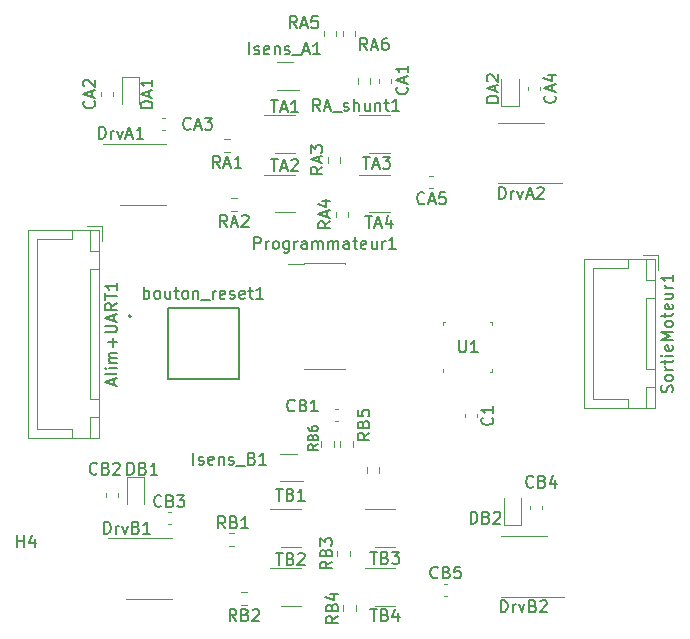
<source format=gbr>
%TF.GenerationSoftware,KiCad,Pcbnew,(6.0.9)*%
%TF.CreationDate,2023-02-07T16:56:14+01:00*%
%TF.ProjectId,driver_stepper_motor,64726976-6572-45f7-9374-65707065725f,2*%
%TF.SameCoordinates,Original*%
%TF.FileFunction,Legend,Top*%
%TF.FilePolarity,Positive*%
%FSLAX46Y46*%
G04 Gerber Fmt 4.6, Leading zero omitted, Abs format (unit mm)*
G04 Created by KiCad (PCBNEW (6.0.9)) date 2023-02-07 16:56:14*
%MOMM*%
%LPD*%
G01*
G04 APERTURE LIST*
%ADD10C,0.150000*%
%ADD11C,0.120000*%
%ADD12C,0.127000*%
%ADD13C,0.200000*%
G04 APERTURE END LIST*
D10*
%TO.C,DB2*%
X99611904Y-176252380D02*
X99611904Y-175252380D01*
X99850000Y-175252380D01*
X99992857Y-175300000D01*
X100088095Y-175395238D01*
X100135714Y-175490476D01*
X100183333Y-175680952D01*
X100183333Y-175823809D01*
X100135714Y-176014285D01*
X100088095Y-176109523D01*
X99992857Y-176204761D01*
X99850000Y-176252380D01*
X99611904Y-176252380D01*
X100945238Y-175728571D02*
X101088095Y-175776190D01*
X101135714Y-175823809D01*
X101183333Y-175919047D01*
X101183333Y-176061904D01*
X101135714Y-176157142D01*
X101088095Y-176204761D01*
X100992857Y-176252380D01*
X100611904Y-176252380D01*
X100611904Y-175252380D01*
X100945238Y-175252380D01*
X101040476Y-175300000D01*
X101088095Y-175347619D01*
X101135714Y-175442857D01*
X101135714Y-175538095D01*
X101088095Y-175633333D01*
X101040476Y-175680952D01*
X100945238Y-175728571D01*
X100611904Y-175728571D01*
X101564285Y-175347619D02*
X101611904Y-175300000D01*
X101707142Y-175252380D01*
X101945238Y-175252380D01*
X102040476Y-175300000D01*
X102088095Y-175347619D01*
X102135714Y-175442857D01*
X102135714Y-175538095D01*
X102088095Y-175680952D01*
X101516666Y-176252380D01*
X102135714Y-176252380D01*
%TO.C,TA4*%
X90709523Y-150202380D02*
X91280952Y-150202380D01*
X90995238Y-151202380D02*
X90995238Y-150202380D01*
X91566666Y-150916666D02*
X92042857Y-150916666D01*
X91471428Y-151202380D02*
X91804761Y-150202380D01*
X92138095Y-151202380D01*
X92900000Y-150535714D02*
X92900000Y-151202380D01*
X92661904Y-150154761D02*
X92423809Y-150869047D01*
X93042857Y-150869047D01*
%TO.C,RA5*%
X84904761Y-134302380D02*
X84571428Y-133826190D01*
X84333333Y-134302380D02*
X84333333Y-133302380D01*
X84714285Y-133302380D01*
X84809523Y-133350000D01*
X84857142Y-133397619D01*
X84904761Y-133492857D01*
X84904761Y-133635714D01*
X84857142Y-133730952D01*
X84809523Y-133778571D01*
X84714285Y-133826190D01*
X84333333Y-133826190D01*
X85285714Y-134016666D02*
X85761904Y-134016666D01*
X85190476Y-134302380D02*
X85523809Y-133302380D01*
X85857142Y-134302380D01*
X86666666Y-133302380D02*
X86190476Y-133302380D01*
X86142857Y-133778571D01*
X86190476Y-133730952D01*
X86285714Y-133683333D01*
X86523809Y-133683333D01*
X86619047Y-133730952D01*
X86666666Y-133778571D01*
X86714285Y-133873809D01*
X86714285Y-134111904D01*
X86666666Y-134207142D01*
X86619047Y-134254761D01*
X86523809Y-134302380D01*
X86285714Y-134302380D01*
X86190476Y-134254761D01*
X86142857Y-134207142D01*
%TO.C,TB3*%
X91138095Y-178652380D02*
X91709523Y-178652380D01*
X91423809Y-179652380D02*
X91423809Y-178652380D01*
X92376190Y-179128571D02*
X92519047Y-179176190D01*
X92566666Y-179223809D01*
X92614285Y-179319047D01*
X92614285Y-179461904D01*
X92566666Y-179557142D01*
X92519047Y-179604761D01*
X92423809Y-179652380D01*
X92042857Y-179652380D01*
X92042857Y-178652380D01*
X92376190Y-178652380D01*
X92471428Y-178700000D01*
X92519047Y-178747619D01*
X92566666Y-178842857D01*
X92566666Y-178938095D01*
X92519047Y-179033333D01*
X92471428Y-179080952D01*
X92376190Y-179128571D01*
X92042857Y-179128571D01*
X92947619Y-178652380D02*
X93566666Y-178652380D01*
X93233333Y-179033333D01*
X93376190Y-179033333D01*
X93471428Y-179080952D01*
X93519047Y-179128571D01*
X93566666Y-179223809D01*
X93566666Y-179461904D01*
X93519047Y-179557142D01*
X93471428Y-179604761D01*
X93376190Y-179652380D01*
X93090476Y-179652380D01*
X92995238Y-179604761D01*
X92947619Y-179557142D01*
%TO.C,DB1*%
X70561904Y-172102380D02*
X70561904Y-171102380D01*
X70800000Y-171102380D01*
X70942857Y-171150000D01*
X71038095Y-171245238D01*
X71085714Y-171340476D01*
X71133333Y-171530952D01*
X71133333Y-171673809D01*
X71085714Y-171864285D01*
X71038095Y-171959523D01*
X70942857Y-172054761D01*
X70800000Y-172102380D01*
X70561904Y-172102380D01*
X71895238Y-171578571D02*
X72038095Y-171626190D01*
X72085714Y-171673809D01*
X72133333Y-171769047D01*
X72133333Y-171911904D01*
X72085714Y-172007142D01*
X72038095Y-172054761D01*
X71942857Y-172102380D01*
X71561904Y-172102380D01*
X71561904Y-171102380D01*
X71895238Y-171102380D01*
X71990476Y-171150000D01*
X72038095Y-171197619D01*
X72085714Y-171292857D01*
X72085714Y-171388095D01*
X72038095Y-171483333D01*
X71990476Y-171530952D01*
X71895238Y-171578571D01*
X71561904Y-171578571D01*
X73085714Y-172102380D02*
X72514285Y-172102380D01*
X72800000Y-172102380D02*
X72800000Y-171102380D01*
X72704761Y-171245238D01*
X72609523Y-171340476D01*
X72514285Y-171388095D01*
%TO.C,RA1*%
X78404761Y-146132380D02*
X78071428Y-145656190D01*
X77833333Y-146132380D02*
X77833333Y-145132380D01*
X78214285Y-145132380D01*
X78309523Y-145180000D01*
X78357142Y-145227619D01*
X78404761Y-145322857D01*
X78404761Y-145465714D01*
X78357142Y-145560952D01*
X78309523Y-145608571D01*
X78214285Y-145656190D01*
X77833333Y-145656190D01*
X78785714Y-145846666D02*
X79261904Y-145846666D01*
X78690476Y-146132380D02*
X79023809Y-145132380D01*
X79357142Y-146132380D01*
X80214285Y-146132380D02*
X79642857Y-146132380D01*
X79928571Y-146132380D02*
X79928571Y-145132380D01*
X79833333Y-145275238D01*
X79738095Y-145370476D01*
X79642857Y-145418095D01*
%TO.C,TB4*%
X91138095Y-183502380D02*
X91709523Y-183502380D01*
X91423809Y-184502380D02*
X91423809Y-183502380D01*
X92376190Y-183978571D02*
X92519047Y-184026190D01*
X92566666Y-184073809D01*
X92614285Y-184169047D01*
X92614285Y-184311904D01*
X92566666Y-184407142D01*
X92519047Y-184454761D01*
X92423809Y-184502380D01*
X92042857Y-184502380D01*
X92042857Y-183502380D01*
X92376190Y-183502380D01*
X92471428Y-183550000D01*
X92519047Y-183597619D01*
X92566666Y-183692857D01*
X92566666Y-183788095D01*
X92519047Y-183883333D01*
X92471428Y-183930952D01*
X92376190Y-183978571D01*
X92042857Y-183978571D01*
X93471428Y-183835714D02*
X93471428Y-184502380D01*
X93233333Y-183454761D02*
X92995238Y-184169047D01*
X93614285Y-184169047D01*
%TO.C,DrvA1*%
X68142857Y-143652380D02*
X68142857Y-142652380D01*
X68380952Y-142652380D01*
X68523809Y-142700000D01*
X68619047Y-142795238D01*
X68666666Y-142890476D01*
X68714285Y-143080952D01*
X68714285Y-143223809D01*
X68666666Y-143414285D01*
X68619047Y-143509523D01*
X68523809Y-143604761D01*
X68380952Y-143652380D01*
X68142857Y-143652380D01*
X69142857Y-143652380D02*
X69142857Y-142985714D01*
X69142857Y-143176190D02*
X69190476Y-143080952D01*
X69238095Y-143033333D01*
X69333333Y-142985714D01*
X69428571Y-142985714D01*
X69666666Y-142985714D02*
X69904761Y-143652380D01*
X70142857Y-142985714D01*
X70476190Y-143366666D02*
X70952380Y-143366666D01*
X70380952Y-143652380D02*
X70714285Y-142652380D01*
X71047619Y-143652380D01*
X71904761Y-143652380D02*
X71333333Y-143652380D01*
X71619047Y-143652380D02*
X71619047Y-142652380D01*
X71523809Y-142795238D01*
X71428571Y-142890476D01*
X71333333Y-142938095D01*
%TO.C,TA2*%
X82709523Y-145402380D02*
X83280952Y-145402380D01*
X82995238Y-146402380D02*
X82995238Y-145402380D01*
X83566666Y-146116666D02*
X84042857Y-146116666D01*
X83471428Y-146402380D02*
X83804761Y-145402380D01*
X84138095Y-146402380D01*
X84423809Y-145497619D02*
X84471428Y-145450000D01*
X84566666Y-145402380D01*
X84804761Y-145402380D01*
X84900000Y-145450000D01*
X84947619Y-145497619D01*
X84995238Y-145592857D01*
X84995238Y-145688095D01*
X84947619Y-145830952D01*
X84376190Y-146402380D01*
X84995238Y-146402380D01*
%TO.C,Programmateur1*%
X81273809Y-152997380D02*
X81273809Y-151997380D01*
X81654761Y-151997380D01*
X81750000Y-152045000D01*
X81797619Y-152092619D01*
X81845238Y-152187857D01*
X81845238Y-152330714D01*
X81797619Y-152425952D01*
X81750000Y-152473571D01*
X81654761Y-152521190D01*
X81273809Y-152521190D01*
X82273809Y-152997380D02*
X82273809Y-152330714D01*
X82273809Y-152521190D02*
X82321428Y-152425952D01*
X82369047Y-152378333D01*
X82464285Y-152330714D01*
X82559523Y-152330714D01*
X83035714Y-152997380D02*
X82940476Y-152949761D01*
X82892857Y-152902142D01*
X82845238Y-152806904D01*
X82845238Y-152521190D01*
X82892857Y-152425952D01*
X82940476Y-152378333D01*
X83035714Y-152330714D01*
X83178571Y-152330714D01*
X83273809Y-152378333D01*
X83321428Y-152425952D01*
X83369047Y-152521190D01*
X83369047Y-152806904D01*
X83321428Y-152902142D01*
X83273809Y-152949761D01*
X83178571Y-152997380D01*
X83035714Y-152997380D01*
X84226190Y-152330714D02*
X84226190Y-153140238D01*
X84178571Y-153235476D01*
X84130952Y-153283095D01*
X84035714Y-153330714D01*
X83892857Y-153330714D01*
X83797619Y-153283095D01*
X84226190Y-152949761D02*
X84130952Y-152997380D01*
X83940476Y-152997380D01*
X83845238Y-152949761D01*
X83797619Y-152902142D01*
X83750000Y-152806904D01*
X83750000Y-152521190D01*
X83797619Y-152425952D01*
X83845238Y-152378333D01*
X83940476Y-152330714D01*
X84130952Y-152330714D01*
X84226190Y-152378333D01*
X84702380Y-152997380D02*
X84702380Y-152330714D01*
X84702380Y-152521190D02*
X84750000Y-152425952D01*
X84797619Y-152378333D01*
X84892857Y-152330714D01*
X84988095Y-152330714D01*
X85750000Y-152997380D02*
X85750000Y-152473571D01*
X85702380Y-152378333D01*
X85607142Y-152330714D01*
X85416666Y-152330714D01*
X85321428Y-152378333D01*
X85750000Y-152949761D02*
X85654761Y-152997380D01*
X85416666Y-152997380D01*
X85321428Y-152949761D01*
X85273809Y-152854523D01*
X85273809Y-152759285D01*
X85321428Y-152664047D01*
X85416666Y-152616428D01*
X85654761Y-152616428D01*
X85750000Y-152568809D01*
X86226190Y-152997380D02*
X86226190Y-152330714D01*
X86226190Y-152425952D02*
X86273809Y-152378333D01*
X86369047Y-152330714D01*
X86511904Y-152330714D01*
X86607142Y-152378333D01*
X86654761Y-152473571D01*
X86654761Y-152997380D01*
X86654761Y-152473571D02*
X86702380Y-152378333D01*
X86797619Y-152330714D01*
X86940476Y-152330714D01*
X87035714Y-152378333D01*
X87083333Y-152473571D01*
X87083333Y-152997380D01*
X87559523Y-152997380D02*
X87559523Y-152330714D01*
X87559523Y-152425952D02*
X87607142Y-152378333D01*
X87702380Y-152330714D01*
X87845238Y-152330714D01*
X87940476Y-152378333D01*
X87988095Y-152473571D01*
X87988095Y-152997380D01*
X87988095Y-152473571D02*
X88035714Y-152378333D01*
X88130952Y-152330714D01*
X88273809Y-152330714D01*
X88369047Y-152378333D01*
X88416666Y-152473571D01*
X88416666Y-152997380D01*
X89321428Y-152997380D02*
X89321428Y-152473571D01*
X89273809Y-152378333D01*
X89178571Y-152330714D01*
X88988095Y-152330714D01*
X88892857Y-152378333D01*
X89321428Y-152949761D02*
X89226190Y-152997380D01*
X88988095Y-152997380D01*
X88892857Y-152949761D01*
X88845238Y-152854523D01*
X88845238Y-152759285D01*
X88892857Y-152664047D01*
X88988095Y-152616428D01*
X89226190Y-152616428D01*
X89321428Y-152568809D01*
X89654761Y-152330714D02*
X90035714Y-152330714D01*
X89797619Y-151997380D02*
X89797619Y-152854523D01*
X89845238Y-152949761D01*
X89940476Y-152997380D01*
X90035714Y-152997380D01*
X90750000Y-152949761D02*
X90654761Y-152997380D01*
X90464285Y-152997380D01*
X90369047Y-152949761D01*
X90321428Y-152854523D01*
X90321428Y-152473571D01*
X90369047Y-152378333D01*
X90464285Y-152330714D01*
X90654761Y-152330714D01*
X90750000Y-152378333D01*
X90797619Y-152473571D01*
X90797619Y-152568809D01*
X90321428Y-152664047D01*
X91654761Y-152330714D02*
X91654761Y-152997380D01*
X91226190Y-152330714D02*
X91226190Y-152854523D01*
X91273809Y-152949761D01*
X91369047Y-152997380D01*
X91511904Y-152997380D01*
X91607142Y-152949761D01*
X91654761Y-152902142D01*
X92130952Y-152997380D02*
X92130952Y-152330714D01*
X92130952Y-152521190D02*
X92178571Y-152425952D01*
X92226190Y-152378333D01*
X92321428Y-152330714D01*
X92416666Y-152330714D01*
X93273809Y-152997380D02*
X92702380Y-152997380D01*
X92988095Y-152997380D02*
X92988095Y-151997380D01*
X92892857Y-152140238D01*
X92797619Y-152235476D01*
X92702380Y-152283095D01*
%TO.C,RA3*%
X87072380Y-146045238D02*
X86596190Y-146378571D01*
X87072380Y-146616666D02*
X86072380Y-146616666D01*
X86072380Y-146235714D01*
X86120000Y-146140476D01*
X86167619Y-146092857D01*
X86262857Y-146045238D01*
X86405714Y-146045238D01*
X86500952Y-146092857D01*
X86548571Y-146140476D01*
X86596190Y-146235714D01*
X86596190Y-146616666D01*
X86786666Y-145664285D02*
X86786666Y-145188095D01*
X87072380Y-145759523D02*
X86072380Y-145426190D01*
X87072380Y-145092857D01*
X86072380Y-144854761D02*
X86072380Y-144235714D01*
X86453333Y-144569047D01*
X86453333Y-144426190D01*
X86500952Y-144330952D01*
X86548571Y-144283333D01*
X86643809Y-144235714D01*
X86881904Y-144235714D01*
X86977142Y-144283333D01*
X87024761Y-144330952D01*
X87072380Y-144426190D01*
X87072380Y-144711904D01*
X87024761Y-144807142D01*
X86977142Y-144854761D01*
%TO.C,TB1*%
X83138095Y-173302380D02*
X83709523Y-173302380D01*
X83423809Y-174302380D02*
X83423809Y-173302380D01*
X84376190Y-173778571D02*
X84519047Y-173826190D01*
X84566666Y-173873809D01*
X84614285Y-173969047D01*
X84614285Y-174111904D01*
X84566666Y-174207142D01*
X84519047Y-174254761D01*
X84423809Y-174302380D01*
X84042857Y-174302380D01*
X84042857Y-173302380D01*
X84376190Y-173302380D01*
X84471428Y-173350000D01*
X84519047Y-173397619D01*
X84566666Y-173492857D01*
X84566666Y-173588095D01*
X84519047Y-173683333D01*
X84471428Y-173730952D01*
X84376190Y-173778571D01*
X84042857Y-173778571D01*
X85566666Y-174302380D02*
X84995238Y-174302380D01*
X85280952Y-174302380D02*
X85280952Y-173302380D01*
X85185714Y-173445238D01*
X85090476Y-173540476D01*
X84995238Y-173588095D01*
%TO.C,CA1*%
X94207142Y-139295238D02*
X94254761Y-139342857D01*
X94302380Y-139485714D01*
X94302380Y-139580952D01*
X94254761Y-139723809D01*
X94159523Y-139819047D01*
X94064285Y-139866666D01*
X93873809Y-139914285D01*
X93730952Y-139914285D01*
X93540476Y-139866666D01*
X93445238Y-139819047D01*
X93350000Y-139723809D01*
X93302380Y-139580952D01*
X93302380Y-139485714D01*
X93350000Y-139342857D01*
X93397619Y-139295238D01*
X94016666Y-138914285D02*
X94016666Y-138438095D01*
X94302380Y-139009523D02*
X93302380Y-138676190D01*
X94302380Y-138342857D01*
X94302380Y-137485714D02*
X94302380Y-138057142D01*
X94302380Y-137771428D02*
X93302380Y-137771428D01*
X93445238Y-137866666D01*
X93540476Y-137961904D01*
X93588095Y-138057142D01*
%TO.C,DrvB1*%
X68571428Y-177102380D02*
X68571428Y-176102380D01*
X68809523Y-176102380D01*
X68952380Y-176150000D01*
X69047619Y-176245238D01*
X69095238Y-176340476D01*
X69142857Y-176530952D01*
X69142857Y-176673809D01*
X69095238Y-176864285D01*
X69047619Y-176959523D01*
X68952380Y-177054761D01*
X68809523Y-177102380D01*
X68571428Y-177102380D01*
X69571428Y-177102380D02*
X69571428Y-176435714D01*
X69571428Y-176626190D02*
X69619047Y-176530952D01*
X69666666Y-176483333D01*
X69761904Y-176435714D01*
X69857142Y-176435714D01*
X70095238Y-176435714D02*
X70333333Y-177102380D01*
X70571428Y-176435714D01*
X71285714Y-176578571D02*
X71428571Y-176626190D01*
X71476190Y-176673809D01*
X71523809Y-176769047D01*
X71523809Y-176911904D01*
X71476190Y-177007142D01*
X71428571Y-177054761D01*
X71333333Y-177102380D01*
X70952380Y-177102380D01*
X70952380Y-176102380D01*
X71285714Y-176102380D01*
X71380952Y-176150000D01*
X71428571Y-176197619D01*
X71476190Y-176292857D01*
X71476190Y-176388095D01*
X71428571Y-176483333D01*
X71380952Y-176530952D01*
X71285714Y-176578571D01*
X70952380Y-176578571D01*
X72476190Y-177102380D02*
X71904761Y-177102380D01*
X72190476Y-177102380D02*
X72190476Y-176102380D01*
X72095238Y-176245238D01*
X72000000Y-176340476D01*
X71904761Y-176388095D01*
%TO.C,CB5*%
X96833333Y-180807142D02*
X96785714Y-180854761D01*
X96642857Y-180902380D01*
X96547619Y-180902380D01*
X96404761Y-180854761D01*
X96309523Y-180759523D01*
X96261904Y-180664285D01*
X96214285Y-180473809D01*
X96214285Y-180330952D01*
X96261904Y-180140476D01*
X96309523Y-180045238D01*
X96404761Y-179950000D01*
X96547619Y-179902380D01*
X96642857Y-179902380D01*
X96785714Y-179950000D01*
X96833333Y-179997619D01*
X97595238Y-180378571D02*
X97738095Y-180426190D01*
X97785714Y-180473809D01*
X97833333Y-180569047D01*
X97833333Y-180711904D01*
X97785714Y-180807142D01*
X97738095Y-180854761D01*
X97642857Y-180902380D01*
X97261904Y-180902380D01*
X97261904Y-179902380D01*
X97595238Y-179902380D01*
X97690476Y-179950000D01*
X97738095Y-179997619D01*
X97785714Y-180092857D01*
X97785714Y-180188095D01*
X97738095Y-180283333D01*
X97690476Y-180330952D01*
X97595238Y-180378571D01*
X97261904Y-180378571D01*
X98738095Y-179902380D02*
X98261904Y-179902380D01*
X98214285Y-180378571D01*
X98261904Y-180330952D01*
X98357142Y-180283333D01*
X98595238Y-180283333D01*
X98690476Y-180330952D01*
X98738095Y-180378571D01*
X98785714Y-180473809D01*
X98785714Y-180711904D01*
X98738095Y-180807142D01*
X98690476Y-180854761D01*
X98595238Y-180902380D01*
X98357142Y-180902380D01*
X98261904Y-180854761D01*
X98214285Y-180807142D01*
%TO.C,Alim+UART1*%
X69391666Y-164533333D02*
X69391666Y-164057142D01*
X69677380Y-164628571D02*
X68677380Y-164295238D01*
X69677380Y-163961904D01*
X69677380Y-163485714D02*
X69629761Y-163580952D01*
X69534523Y-163628571D01*
X68677380Y-163628571D01*
X69677380Y-163104761D02*
X69010714Y-163104761D01*
X68677380Y-163104761D02*
X68725000Y-163152380D01*
X68772619Y-163104761D01*
X68725000Y-163057142D01*
X68677380Y-163104761D01*
X68772619Y-163104761D01*
X69677380Y-162628571D02*
X69010714Y-162628571D01*
X69105952Y-162628571D02*
X69058333Y-162580952D01*
X69010714Y-162485714D01*
X69010714Y-162342857D01*
X69058333Y-162247619D01*
X69153571Y-162200000D01*
X69677380Y-162200000D01*
X69153571Y-162200000D02*
X69058333Y-162152380D01*
X69010714Y-162057142D01*
X69010714Y-161914285D01*
X69058333Y-161819047D01*
X69153571Y-161771428D01*
X69677380Y-161771428D01*
X69296428Y-161295238D02*
X69296428Y-160533333D01*
X69677380Y-160914285D02*
X68915476Y-160914285D01*
X68677380Y-160057142D02*
X69486904Y-160057142D01*
X69582142Y-160009523D01*
X69629761Y-159961904D01*
X69677380Y-159866666D01*
X69677380Y-159676190D01*
X69629761Y-159580952D01*
X69582142Y-159533333D01*
X69486904Y-159485714D01*
X68677380Y-159485714D01*
X69391666Y-159057142D02*
X69391666Y-158580952D01*
X69677380Y-159152380D02*
X68677380Y-158819047D01*
X69677380Y-158485714D01*
X69677380Y-157580952D02*
X69201190Y-157914285D01*
X69677380Y-158152380D02*
X68677380Y-158152380D01*
X68677380Y-157771428D01*
X68725000Y-157676190D01*
X68772619Y-157628571D01*
X68867857Y-157580952D01*
X69010714Y-157580952D01*
X69105952Y-157628571D01*
X69153571Y-157676190D01*
X69201190Y-157771428D01*
X69201190Y-158152380D01*
X68677380Y-157295238D02*
X68677380Y-156723809D01*
X69677380Y-157009523D02*
X68677380Y-157009523D01*
X69677380Y-155866666D02*
X69677380Y-156438095D01*
X69677380Y-156152380D02*
X68677380Y-156152380D01*
X68820238Y-156247619D01*
X68915476Y-156342857D01*
X68963095Y-156438095D01*
%TO.C,H4*%
X61238095Y-178252380D02*
X61238095Y-177252380D01*
X61238095Y-177728571D02*
X61809523Y-177728571D01*
X61809523Y-178252380D02*
X61809523Y-177252380D01*
X62714285Y-177585714D02*
X62714285Y-178252380D01*
X62476190Y-177204761D02*
X62238095Y-177919047D01*
X62857142Y-177919047D01*
%TO.C,TA3*%
X90509523Y-145202380D02*
X91080952Y-145202380D01*
X90795238Y-146202380D02*
X90795238Y-145202380D01*
X91366666Y-145916666D02*
X91842857Y-145916666D01*
X91271428Y-146202380D02*
X91604761Y-145202380D01*
X91938095Y-146202380D01*
X92176190Y-145202380D02*
X92795238Y-145202380D01*
X92461904Y-145583333D01*
X92604761Y-145583333D01*
X92700000Y-145630952D01*
X92747619Y-145678571D01*
X92795238Y-145773809D01*
X92795238Y-146011904D01*
X92747619Y-146107142D01*
X92700000Y-146154761D01*
X92604761Y-146202380D01*
X92319047Y-146202380D01*
X92223809Y-146154761D01*
X92176190Y-146107142D01*
%TO.C,CA2*%
X67727142Y-140482738D02*
X67774761Y-140530357D01*
X67822380Y-140673214D01*
X67822380Y-140768452D01*
X67774761Y-140911309D01*
X67679523Y-141006547D01*
X67584285Y-141054166D01*
X67393809Y-141101785D01*
X67250952Y-141101785D01*
X67060476Y-141054166D01*
X66965238Y-141006547D01*
X66870000Y-140911309D01*
X66822380Y-140768452D01*
X66822380Y-140673214D01*
X66870000Y-140530357D01*
X66917619Y-140482738D01*
X67536666Y-140101785D02*
X67536666Y-139625595D01*
X67822380Y-140197023D02*
X66822380Y-139863690D01*
X67822380Y-139530357D01*
X66917619Y-139244642D02*
X66870000Y-139197023D01*
X66822380Y-139101785D01*
X66822380Y-138863690D01*
X66870000Y-138768452D01*
X66917619Y-138720833D01*
X67012857Y-138673214D01*
X67108095Y-138673214D01*
X67250952Y-138720833D01*
X67822380Y-139292261D01*
X67822380Y-138673214D01*
%TO.C,CB2*%
X67983333Y-172007142D02*
X67935714Y-172054761D01*
X67792857Y-172102380D01*
X67697619Y-172102380D01*
X67554761Y-172054761D01*
X67459523Y-171959523D01*
X67411904Y-171864285D01*
X67364285Y-171673809D01*
X67364285Y-171530952D01*
X67411904Y-171340476D01*
X67459523Y-171245238D01*
X67554761Y-171150000D01*
X67697619Y-171102380D01*
X67792857Y-171102380D01*
X67935714Y-171150000D01*
X67983333Y-171197619D01*
X68745238Y-171578571D02*
X68888095Y-171626190D01*
X68935714Y-171673809D01*
X68983333Y-171769047D01*
X68983333Y-171911904D01*
X68935714Y-172007142D01*
X68888095Y-172054761D01*
X68792857Y-172102380D01*
X68411904Y-172102380D01*
X68411904Y-171102380D01*
X68745238Y-171102380D01*
X68840476Y-171150000D01*
X68888095Y-171197619D01*
X68935714Y-171292857D01*
X68935714Y-171388095D01*
X68888095Y-171483333D01*
X68840476Y-171530952D01*
X68745238Y-171578571D01*
X68411904Y-171578571D01*
X69364285Y-171197619D02*
X69411904Y-171150000D01*
X69507142Y-171102380D01*
X69745238Y-171102380D01*
X69840476Y-171150000D01*
X69888095Y-171197619D01*
X69935714Y-171292857D01*
X69935714Y-171388095D01*
X69888095Y-171530952D01*
X69316666Y-172102380D01*
X69935714Y-172102380D01*
%TO.C,CB4*%
X104933333Y-173107142D02*
X104885714Y-173154761D01*
X104742857Y-173202380D01*
X104647619Y-173202380D01*
X104504761Y-173154761D01*
X104409523Y-173059523D01*
X104361904Y-172964285D01*
X104314285Y-172773809D01*
X104314285Y-172630952D01*
X104361904Y-172440476D01*
X104409523Y-172345238D01*
X104504761Y-172250000D01*
X104647619Y-172202380D01*
X104742857Y-172202380D01*
X104885714Y-172250000D01*
X104933333Y-172297619D01*
X105695238Y-172678571D02*
X105838095Y-172726190D01*
X105885714Y-172773809D01*
X105933333Y-172869047D01*
X105933333Y-173011904D01*
X105885714Y-173107142D01*
X105838095Y-173154761D01*
X105742857Y-173202380D01*
X105361904Y-173202380D01*
X105361904Y-172202380D01*
X105695238Y-172202380D01*
X105790476Y-172250000D01*
X105838095Y-172297619D01*
X105885714Y-172392857D01*
X105885714Y-172488095D01*
X105838095Y-172583333D01*
X105790476Y-172630952D01*
X105695238Y-172678571D01*
X105361904Y-172678571D01*
X106790476Y-172535714D02*
X106790476Y-173202380D01*
X106552380Y-172154761D02*
X106314285Y-172869047D01*
X106933333Y-172869047D01*
%TO.C,DA2*%
X101972380Y-140604166D02*
X100972380Y-140604166D01*
X100972380Y-140366071D01*
X101020000Y-140223214D01*
X101115238Y-140127976D01*
X101210476Y-140080357D01*
X101400952Y-140032738D01*
X101543809Y-140032738D01*
X101734285Y-140080357D01*
X101829523Y-140127976D01*
X101924761Y-140223214D01*
X101972380Y-140366071D01*
X101972380Y-140604166D01*
X101686666Y-139651785D02*
X101686666Y-139175595D01*
X101972380Y-139747023D02*
X100972380Y-139413690D01*
X101972380Y-139080357D01*
X101067619Y-138794642D02*
X101020000Y-138747023D01*
X100972380Y-138651785D01*
X100972380Y-138413690D01*
X101020000Y-138318452D01*
X101067619Y-138270833D01*
X101162857Y-138223214D01*
X101258095Y-138223214D01*
X101400952Y-138270833D01*
X101972380Y-138842261D01*
X101972380Y-138223214D01*
%TO.C,SortieMoteur1*%
X116704761Y-165126190D02*
X116752380Y-164983333D01*
X116752380Y-164745238D01*
X116704761Y-164650000D01*
X116657142Y-164602380D01*
X116561904Y-164554761D01*
X116466666Y-164554761D01*
X116371428Y-164602380D01*
X116323809Y-164650000D01*
X116276190Y-164745238D01*
X116228571Y-164935714D01*
X116180952Y-165030952D01*
X116133333Y-165078571D01*
X116038095Y-165126190D01*
X115942857Y-165126190D01*
X115847619Y-165078571D01*
X115800000Y-165030952D01*
X115752380Y-164935714D01*
X115752380Y-164697619D01*
X115800000Y-164554761D01*
X116752380Y-163983333D02*
X116704761Y-164078571D01*
X116657142Y-164126190D01*
X116561904Y-164173809D01*
X116276190Y-164173809D01*
X116180952Y-164126190D01*
X116133333Y-164078571D01*
X116085714Y-163983333D01*
X116085714Y-163840476D01*
X116133333Y-163745238D01*
X116180952Y-163697619D01*
X116276190Y-163650000D01*
X116561904Y-163650000D01*
X116657142Y-163697619D01*
X116704761Y-163745238D01*
X116752380Y-163840476D01*
X116752380Y-163983333D01*
X116752380Y-163221428D02*
X116085714Y-163221428D01*
X116276190Y-163221428D02*
X116180952Y-163173809D01*
X116133333Y-163126190D01*
X116085714Y-163030952D01*
X116085714Y-162935714D01*
X116085714Y-162745238D02*
X116085714Y-162364285D01*
X115752380Y-162602380D02*
X116609523Y-162602380D01*
X116704761Y-162554761D01*
X116752380Y-162459523D01*
X116752380Y-162364285D01*
X116752380Y-162030952D02*
X116085714Y-162030952D01*
X115752380Y-162030952D02*
X115800000Y-162078571D01*
X115847619Y-162030952D01*
X115800000Y-161983333D01*
X115752380Y-162030952D01*
X115847619Y-162030952D01*
X116704761Y-161173809D02*
X116752380Y-161269047D01*
X116752380Y-161459523D01*
X116704761Y-161554761D01*
X116609523Y-161602380D01*
X116228571Y-161602380D01*
X116133333Y-161554761D01*
X116085714Y-161459523D01*
X116085714Y-161269047D01*
X116133333Y-161173809D01*
X116228571Y-161126190D01*
X116323809Y-161126190D01*
X116419047Y-161602380D01*
X116752380Y-160697619D02*
X115752380Y-160697619D01*
X116466666Y-160364285D01*
X115752380Y-160030952D01*
X116752380Y-160030952D01*
X116752380Y-159411904D02*
X116704761Y-159507142D01*
X116657142Y-159554761D01*
X116561904Y-159602380D01*
X116276190Y-159602380D01*
X116180952Y-159554761D01*
X116133333Y-159507142D01*
X116085714Y-159411904D01*
X116085714Y-159269047D01*
X116133333Y-159173809D01*
X116180952Y-159126190D01*
X116276190Y-159078571D01*
X116561904Y-159078571D01*
X116657142Y-159126190D01*
X116704761Y-159173809D01*
X116752380Y-159269047D01*
X116752380Y-159411904D01*
X116085714Y-158792857D02*
X116085714Y-158411904D01*
X115752380Y-158650000D02*
X116609523Y-158650000D01*
X116704761Y-158602380D01*
X116752380Y-158507142D01*
X116752380Y-158411904D01*
X116704761Y-157697619D02*
X116752380Y-157792857D01*
X116752380Y-157983333D01*
X116704761Y-158078571D01*
X116609523Y-158126190D01*
X116228571Y-158126190D01*
X116133333Y-158078571D01*
X116085714Y-157983333D01*
X116085714Y-157792857D01*
X116133333Y-157697619D01*
X116228571Y-157650000D01*
X116323809Y-157650000D01*
X116419047Y-158126190D01*
X116085714Y-156792857D02*
X116752380Y-156792857D01*
X116085714Y-157221428D02*
X116609523Y-157221428D01*
X116704761Y-157173809D01*
X116752380Y-157078571D01*
X116752380Y-156935714D01*
X116704761Y-156840476D01*
X116657142Y-156792857D01*
X116752380Y-156316666D02*
X116085714Y-156316666D01*
X116276190Y-156316666D02*
X116180952Y-156269047D01*
X116133333Y-156221428D01*
X116085714Y-156126190D01*
X116085714Y-156030952D01*
X116752380Y-155173809D02*
X116752380Y-155745238D01*
X116752380Y-155459523D02*
X115752380Y-155459523D01*
X115895238Y-155554761D01*
X115990476Y-155650000D01*
X116038095Y-155745238D01*
%TO.C,RA6*%
X90854761Y-136152380D02*
X90521428Y-135676190D01*
X90283333Y-136152380D02*
X90283333Y-135152380D01*
X90664285Y-135152380D01*
X90759523Y-135200000D01*
X90807142Y-135247619D01*
X90854761Y-135342857D01*
X90854761Y-135485714D01*
X90807142Y-135580952D01*
X90759523Y-135628571D01*
X90664285Y-135676190D01*
X90283333Y-135676190D01*
X91235714Y-135866666D02*
X91711904Y-135866666D01*
X91140476Y-136152380D02*
X91473809Y-135152380D01*
X91807142Y-136152380D01*
X92569047Y-135152380D02*
X92378571Y-135152380D01*
X92283333Y-135200000D01*
X92235714Y-135247619D01*
X92140476Y-135390476D01*
X92092857Y-135580952D01*
X92092857Y-135961904D01*
X92140476Y-136057142D01*
X92188095Y-136104761D01*
X92283333Y-136152380D01*
X92473809Y-136152380D01*
X92569047Y-136104761D01*
X92616666Y-136057142D01*
X92664285Y-135961904D01*
X92664285Y-135723809D01*
X92616666Y-135628571D01*
X92569047Y-135580952D01*
X92473809Y-135533333D01*
X92283333Y-135533333D01*
X92188095Y-135580952D01*
X92140476Y-135628571D01*
X92092857Y-135723809D01*
%TO.C,RB5*%
X91052380Y-168566666D02*
X90576190Y-168900000D01*
X91052380Y-169138095D02*
X90052380Y-169138095D01*
X90052380Y-168757142D01*
X90100000Y-168661904D01*
X90147619Y-168614285D01*
X90242857Y-168566666D01*
X90385714Y-168566666D01*
X90480952Y-168614285D01*
X90528571Y-168661904D01*
X90576190Y-168757142D01*
X90576190Y-169138095D01*
X90528571Y-167804761D02*
X90576190Y-167661904D01*
X90623809Y-167614285D01*
X90719047Y-167566666D01*
X90861904Y-167566666D01*
X90957142Y-167614285D01*
X91004761Y-167661904D01*
X91052380Y-167757142D01*
X91052380Y-168138095D01*
X90052380Y-168138095D01*
X90052380Y-167804761D01*
X90100000Y-167709523D01*
X90147619Y-167661904D01*
X90242857Y-167614285D01*
X90338095Y-167614285D01*
X90433333Y-167661904D01*
X90480952Y-167709523D01*
X90528571Y-167804761D01*
X90528571Y-168138095D01*
X90052380Y-166661904D02*
X90052380Y-167138095D01*
X90528571Y-167185714D01*
X90480952Y-167138095D01*
X90433333Y-167042857D01*
X90433333Y-166804761D01*
X90480952Y-166709523D01*
X90528571Y-166661904D01*
X90623809Y-166614285D01*
X90861904Y-166614285D01*
X90957142Y-166661904D01*
X91004761Y-166709523D01*
X91052380Y-166804761D01*
X91052380Y-167042857D01*
X91004761Y-167138095D01*
X90957142Y-167185714D01*
%TO.C,TB2*%
X83138095Y-178752380D02*
X83709523Y-178752380D01*
X83423809Y-179752380D02*
X83423809Y-178752380D01*
X84376190Y-179228571D02*
X84519047Y-179276190D01*
X84566666Y-179323809D01*
X84614285Y-179419047D01*
X84614285Y-179561904D01*
X84566666Y-179657142D01*
X84519047Y-179704761D01*
X84423809Y-179752380D01*
X84042857Y-179752380D01*
X84042857Y-178752380D01*
X84376190Y-178752380D01*
X84471428Y-178800000D01*
X84519047Y-178847619D01*
X84566666Y-178942857D01*
X84566666Y-179038095D01*
X84519047Y-179133333D01*
X84471428Y-179180952D01*
X84376190Y-179228571D01*
X84042857Y-179228571D01*
X84995238Y-178847619D02*
X85042857Y-178800000D01*
X85138095Y-178752380D01*
X85376190Y-178752380D01*
X85471428Y-178800000D01*
X85519047Y-178847619D01*
X85566666Y-178942857D01*
X85566666Y-179038095D01*
X85519047Y-179180952D01*
X84947619Y-179752380D01*
X85566666Y-179752380D01*
%TO.C,Isens_B1*%
X76152380Y-171252380D02*
X76152380Y-170252380D01*
X76580952Y-171204761D02*
X76676190Y-171252380D01*
X76866666Y-171252380D01*
X76961904Y-171204761D01*
X77009523Y-171109523D01*
X77009523Y-171061904D01*
X76961904Y-170966666D01*
X76866666Y-170919047D01*
X76723809Y-170919047D01*
X76628571Y-170871428D01*
X76580952Y-170776190D01*
X76580952Y-170728571D01*
X76628571Y-170633333D01*
X76723809Y-170585714D01*
X76866666Y-170585714D01*
X76961904Y-170633333D01*
X77819047Y-171204761D02*
X77723809Y-171252380D01*
X77533333Y-171252380D01*
X77438095Y-171204761D01*
X77390476Y-171109523D01*
X77390476Y-170728571D01*
X77438095Y-170633333D01*
X77533333Y-170585714D01*
X77723809Y-170585714D01*
X77819047Y-170633333D01*
X77866666Y-170728571D01*
X77866666Y-170823809D01*
X77390476Y-170919047D01*
X78295238Y-170585714D02*
X78295238Y-171252380D01*
X78295238Y-170680952D02*
X78342857Y-170633333D01*
X78438095Y-170585714D01*
X78580952Y-170585714D01*
X78676190Y-170633333D01*
X78723809Y-170728571D01*
X78723809Y-171252380D01*
X79152380Y-171204761D02*
X79247619Y-171252380D01*
X79438095Y-171252380D01*
X79533333Y-171204761D01*
X79580952Y-171109523D01*
X79580952Y-171061904D01*
X79533333Y-170966666D01*
X79438095Y-170919047D01*
X79295238Y-170919047D01*
X79200000Y-170871428D01*
X79152380Y-170776190D01*
X79152380Y-170728571D01*
X79200000Y-170633333D01*
X79295238Y-170585714D01*
X79438095Y-170585714D01*
X79533333Y-170633333D01*
X79771428Y-171347619D02*
X80533333Y-171347619D01*
X81104761Y-170728571D02*
X81247619Y-170776190D01*
X81295238Y-170823809D01*
X81342857Y-170919047D01*
X81342857Y-171061904D01*
X81295238Y-171157142D01*
X81247619Y-171204761D01*
X81152380Y-171252380D01*
X80771428Y-171252380D01*
X80771428Y-170252380D01*
X81104761Y-170252380D01*
X81200000Y-170300000D01*
X81247619Y-170347619D01*
X81295238Y-170442857D01*
X81295238Y-170538095D01*
X81247619Y-170633333D01*
X81200000Y-170680952D01*
X81104761Y-170728571D01*
X80771428Y-170728571D01*
X82295238Y-171252380D02*
X81723809Y-171252380D01*
X82009523Y-171252380D02*
X82009523Y-170252380D01*
X81914285Y-170395238D01*
X81819047Y-170490476D01*
X81723809Y-170538095D01*
%TO.C,CA3*%
X75904761Y-142807142D02*
X75857142Y-142854761D01*
X75714285Y-142902380D01*
X75619047Y-142902380D01*
X75476190Y-142854761D01*
X75380952Y-142759523D01*
X75333333Y-142664285D01*
X75285714Y-142473809D01*
X75285714Y-142330952D01*
X75333333Y-142140476D01*
X75380952Y-142045238D01*
X75476190Y-141950000D01*
X75619047Y-141902380D01*
X75714285Y-141902380D01*
X75857142Y-141950000D01*
X75904761Y-141997619D01*
X76285714Y-142616666D02*
X76761904Y-142616666D01*
X76190476Y-142902380D02*
X76523809Y-141902380D01*
X76857142Y-142902380D01*
X77095238Y-141902380D02*
X77714285Y-141902380D01*
X77380952Y-142283333D01*
X77523809Y-142283333D01*
X77619047Y-142330952D01*
X77666666Y-142378571D01*
X77714285Y-142473809D01*
X77714285Y-142711904D01*
X77666666Y-142807142D01*
X77619047Y-142854761D01*
X77523809Y-142902380D01*
X77238095Y-142902380D01*
X77142857Y-142854761D01*
X77095238Y-142807142D01*
%TO.C,TA1*%
X82709523Y-140402380D02*
X83280952Y-140402380D01*
X82995238Y-141402380D02*
X82995238Y-140402380D01*
X83566666Y-141116666D02*
X84042857Y-141116666D01*
X83471428Y-141402380D02*
X83804761Y-140402380D01*
X84138095Y-141402380D01*
X84995238Y-141402380D02*
X84423809Y-141402380D01*
X84709523Y-141402380D02*
X84709523Y-140402380D01*
X84614285Y-140545238D01*
X84519047Y-140640476D01*
X84423809Y-140688095D01*
%TO.C,CA5*%
X95704761Y-149107142D02*
X95657142Y-149154761D01*
X95514285Y-149202380D01*
X95419047Y-149202380D01*
X95276190Y-149154761D01*
X95180952Y-149059523D01*
X95133333Y-148964285D01*
X95085714Y-148773809D01*
X95085714Y-148630952D01*
X95133333Y-148440476D01*
X95180952Y-148345238D01*
X95276190Y-148250000D01*
X95419047Y-148202380D01*
X95514285Y-148202380D01*
X95657142Y-148250000D01*
X95704761Y-148297619D01*
X96085714Y-148916666D02*
X96561904Y-148916666D01*
X95990476Y-149202380D02*
X96323809Y-148202380D01*
X96657142Y-149202380D01*
X97466666Y-148202380D02*
X96990476Y-148202380D01*
X96942857Y-148678571D01*
X96990476Y-148630952D01*
X97085714Y-148583333D01*
X97323809Y-148583333D01*
X97419047Y-148630952D01*
X97466666Y-148678571D01*
X97514285Y-148773809D01*
X97514285Y-149011904D01*
X97466666Y-149107142D01*
X97419047Y-149154761D01*
X97323809Y-149202380D01*
X97085714Y-149202380D01*
X96990476Y-149154761D01*
X96942857Y-149107142D01*
%TO.C,RB3*%
X87872380Y-179466666D02*
X87396190Y-179800000D01*
X87872380Y-180038095D02*
X86872380Y-180038095D01*
X86872380Y-179657142D01*
X86920000Y-179561904D01*
X86967619Y-179514285D01*
X87062857Y-179466666D01*
X87205714Y-179466666D01*
X87300952Y-179514285D01*
X87348571Y-179561904D01*
X87396190Y-179657142D01*
X87396190Y-180038095D01*
X87348571Y-178704761D02*
X87396190Y-178561904D01*
X87443809Y-178514285D01*
X87539047Y-178466666D01*
X87681904Y-178466666D01*
X87777142Y-178514285D01*
X87824761Y-178561904D01*
X87872380Y-178657142D01*
X87872380Y-179038095D01*
X86872380Y-179038095D01*
X86872380Y-178704761D01*
X86920000Y-178609523D01*
X86967619Y-178561904D01*
X87062857Y-178514285D01*
X87158095Y-178514285D01*
X87253333Y-178561904D01*
X87300952Y-178609523D01*
X87348571Y-178704761D01*
X87348571Y-179038095D01*
X86872380Y-178133333D02*
X86872380Y-177514285D01*
X87253333Y-177847619D01*
X87253333Y-177704761D01*
X87300952Y-177609523D01*
X87348571Y-177561904D01*
X87443809Y-177514285D01*
X87681904Y-177514285D01*
X87777142Y-177561904D01*
X87824761Y-177609523D01*
X87872380Y-177704761D01*
X87872380Y-177990476D01*
X87824761Y-178085714D01*
X87777142Y-178133333D01*
%TO.C,DrvA2*%
X102042857Y-148752380D02*
X102042857Y-147752380D01*
X102280952Y-147752380D01*
X102423809Y-147800000D01*
X102519047Y-147895238D01*
X102566666Y-147990476D01*
X102614285Y-148180952D01*
X102614285Y-148323809D01*
X102566666Y-148514285D01*
X102519047Y-148609523D01*
X102423809Y-148704761D01*
X102280952Y-148752380D01*
X102042857Y-148752380D01*
X103042857Y-148752380D02*
X103042857Y-148085714D01*
X103042857Y-148276190D02*
X103090476Y-148180952D01*
X103138095Y-148133333D01*
X103233333Y-148085714D01*
X103328571Y-148085714D01*
X103566666Y-148085714D02*
X103804761Y-148752380D01*
X104042857Y-148085714D01*
X104376190Y-148466666D02*
X104852380Y-148466666D01*
X104280952Y-148752380D02*
X104614285Y-147752380D01*
X104947619Y-148752380D01*
X105233333Y-147847619D02*
X105280952Y-147800000D01*
X105376190Y-147752380D01*
X105614285Y-147752380D01*
X105709523Y-147800000D01*
X105757142Y-147847619D01*
X105804761Y-147942857D01*
X105804761Y-148038095D01*
X105757142Y-148180952D01*
X105185714Y-148752380D01*
X105804761Y-148752380D01*
%TO.C,RA4*%
X87722380Y-150670238D02*
X87246190Y-151003571D01*
X87722380Y-151241666D02*
X86722380Y-151241666D01*
X86722380Y-150860714D01*
X86770000Y-150765476D01*
X86817619Y-150717857D01*
X86912857Y-150670238D01*
X87055714Y-150670238D01*
X87150952Y-150717857D01*
X87198571Y-150765476D01*
X87246190Y-150860714D01*
X87246190Y-151241666D01*
X87436666Y-150289285D02*
X87436666Y-149813095D01*
X87722380Y-150384523D02*
X86722380Y-150051190D01*
X87722380Y-149717857D01*
X87055714Y-148955952D02*
X87722380Y-148955952D01*
X86674761Y-149194047D02*
X87389047Y-149432142D01*
X87389047Y-148813095D01*
%TO.C,U1*%
X98638095Y-160752380D02*
X98638095Y-161561904D01*
X98685714Y-161657142D01*
X98733333Y-161704761D01*
X98828571Y-161752380D01*
X99019047Y-161752380D01*
X99114285Y-161704761D01*
X99161904Y-161657142D01*
X99209523Y-161561904D01*
X99209523Y-160752380D01*
X100209523Y-161752380D02*
X99638095Y-161752380D01*
X99923809Y-161752380D02*
X99923809Y-160752380D01*
X99828571Y-160895238D01*
X99733333Y-160990476D01*
X99638095Y-161038095D01*
%TO.C,RA_shunt1*%
X86876190Y-141302380D02*
X86542857Y-140826190D01*
X86304761Y-141302380D02*
X86304761Y-140302380D01*
X86685714Y-140302380D01*
X86780952Y-140350000D01*
X86828571Y-140397619D01*
X86876190Y-140492857D01*
X86876190Y-140635714D01*
X86828571Y-140730952D01*
X86780952Y-140778571D01*
X86685714Y-140826190D01*
X86304761Y-140826190D01*
X87257142Y-141016666D02*
X87733333Y-141016666D01*
X87161904Y-141302380D02*
X87495238Y-140302380D01*
X87828571Y-141302380D01*
X87923809Y-141397619D02*
X88685714Y-141397619D01*
X88876190Y-141254761D02*
X88971428Y-141302380D01*
X89161904Y-141302380D01*
X89257142Y-141254761D01*
X89304761Y-141159523D01*
X89304761Y-141111904D01*
X89257142Y-141016666D01*
X89161904Y-140969047D01*
X89019047Y-140969047D01*
X88923809Y-140921428D01*
X88876190Y-140826190D01*
X88876190Y-140778571D01*
X88923809Y-140683333D01*
X89019047Y-140635714D01*
X89161904Y-140635714D01*
X89257142Y-140683333D01*
X89733333Y-141302380D02*
X89733333Y-140302380D01*
X90161904Y-141302380D02*
X90161904Y-140778571D01*
X90114285Y-140683333D01*
X90019047Y-140635714D01*
X89876190Y-140635714D01*
X89780952Y-140683333D01*
X89733333Y-140730952D01*
X91066666Y-140635714D02*
X91066666Y-141302380D01*
X90638095Y-140635714D02*
X90638095Y-141159523D01*
X90685714Y-141254761D01*
X90780952Y-141302380D01*
X90923809Y-141302380D01*
X91019047Y-141254761D01*
X91066666Y-141207142D01*
X91542857Y-140635714D02*
X91542857Y-141302380D01*
X91542857Y-140730952D02*
X91590476Y-140683333D01*
X91685714Y-140635714D01*
X91828571Y-140635714D01*
X91923809Y-140683333D01*
X91971428Y-140778571D01*
X91971428Y-141302380D01*
X92304761Y-140635714D02*
X92685714Y-140635714D01*
X92447619Y-140302380D02*
X92447619Y-141159523D01*
X92495238Y-141254761D01*
X92590476Y-141302380D01*
X92685714Y-141302380D01*
X93542857Y-141302380D02*
X92971428Y-141302380D01*
X93257142Y-141302380D02*
X93257142Y-140302380D01*
X93161904Y-140445238D01*
X93066666Y-140540476D01*
X92971428Y-140588095D01*
%TO.C,RB1*%
X78833333Y-176652380D02*
X78500000Y-176176190D01*
X78261904Y-176652380D02*
X78261904Y-175652380D01*
X78642857Y-175652380D01*
X78738095Y-175700000D01*
X78785714Y-175747619D01*
X78833333Y-175842857D01*
X78833333Y-175985714D01*
X78785714Y-176080952D01*
X78738095Y-176128571D01*
X78642857Y-176176190D01*
X78261904Y-176176190D01*
X79595238Y-176128571D02*
X79738095Y-176176190D01*
X79785714Y-176223809D01*
X79833333Y-176319047D01*
X79833333Y-176461904D01*
X79785714Y-176557142D01*
X79738095Y-176604761D01*
X79642857Y-176652380D01*
X79261904Y-176652380D01*
X79261904Y-175652380D01*
X79595238Y-175652380D01*
X79690476Y-175700000D01*
X79738095Y-175747619D01*
X79785714Y-175842857D01*
X79785714Y-175938095D01*
X79738095Y-176033333D01*
X79690476Y-176080952D01*
X79595238Y-176128571D01*
X79261904Y-176128571D01*
X80785714Y-176652380D02*
X80214285Y-176652380D01*
X80500000Y-176652380D02*
X80500000Y-175652380D01*
X80404761Y-175795238D01*
X80309523Y-175890476D01*
X80214285Y-175938095D01*
%TO.C,RB6*%
X86661904Y-169533333D02*
X86280952Y-169800000D01*
X86661904Y-169990476D02*
X85861904Y-169990476D01*
X85861904Y-169685714D01*
X85900000Y-169609523D01*
X85938095Y-169571428D01*
X86014285Y-169533333D01*
X86128571Y-169533333D01*
X86204761Y-169571428D01*
X86242857Y-169609523D01*
X86280952Y-169685714D01*
X86280952Y-169990476D01*
X86242857Y-168923809D02*
X86280952Y-168809523D01*
X86319047Y-168771428D01*
X86395238Y-168733333D01*
X86509523Y-168733333D01*
X86585714Y-168771428D01*
X86623809Y-168809523D01*
X86661904Y-168885714D01*
X86661904Y-169190476D01*
X85861904Y-169190476D01*
X85861904Y-168923809D01*
X85900000Y-168847619D01*
X85938095Y-168809523D01*
X86014285Y-168771428D01*
X86090476Y-168771428D01*
X86166666Y-168809523D01*
X86204761Y-168847619D01*
X86242857Y-168923809D01*
X86242857Y-169190476D01*
X85861904Y-168047619D02*
X85861904Y-168200000D01*
X85900000Y-168276190D01*
X85938095Y-168314285D01*
X86052380Y-168390476D01*
X86204761Y-168428571D01*
X86509523Y-168428571D01*
X86585714Y-168390476D01*
X86623809Y-168352380D01*
X86661904Y-168276190D01*
X86661904Y-168123809D01*
X86623809Y-168047619D01*
X86585714Y-168009523D01*
X86509523Y-167971428D01*
X86319047Y-167971428D01*
X86242857Y-168009523D01*
X86204761Y-168047619D01*
X86166666Y-168123809D01*
X86166666Y-168276190D01*
X86204761Y-168352380D01*
X86242857Y-168390476D01*
X86319047Y-168428571D01*
%TO.C,CB3*%
X73433333Y-174757142D02*
X73385714Y-174804761D01*
X73242857Y-174852380D01*
X73147619Y-174852380D01*
X73004761Y-174804761D01*
X72909523Y-174709523D01*
X72861904Y-174614285D01*
X72814285Y-174423809D01*
X72814285Y-174280952D01*
X72861904Y-174090476D01*
X72909523Y-173995238D01*
X73004761Y-173900000D01*
X73147619Y-173852380D01*
X73242857Y-173852380D01*
X73385714Y-173900000D01*
X73433333Y-173947619D01*
X74195238Y-174328571D02*
X74338095Y-174376190D01*
X74385714Y-174423809D01*
X74433333Y-174519047D01*
X74433333Y-174661904D01*
X74385714Y-174757142D01*
X74338095Y-174804761D01*
X74242857Y-174852380D01*
X73861904Y-174852380D01*
X73861904Y-173852380D01*
X74195238Y-173852380D01*
X74290476Y-173900000D01*
X74338095Y-173947619D01*
X74385714Y-174042857D01*
X74385714Y-174138095D01*
X74338095Y-174233333D01*
X74290476Y-174280952D01*
X74195238Y-174328571D01*
X73861904Y-174328571D01*
X74766666Y-173852380D02*
X75385714Y-173852380D01*
X75052380Y-174233333D01*
X75195238Y-174233333D01*
X75290476Y-174280952D01*
X75338095Y-174328571D01*
X75385714Y-174423809D01*
X75385714Y-174661904D01*
X75338095Y-174757142D01*
X75290476Y-174804761D01*
X75195238Y-174852380D01*
X74909523Y-174852380D01*
X74814285Y-174804761D01*
X74766666Y-174757142D01*
%TO.C,C1*%
X101437142Y-167291666D02*
X101484761Y-167339285D01*
X101532380Y-167482142D01*
X101532380Y-167577380D01*
X101484761Y-167720238D01*
X101389523Y-167815476D01*
X101294285Y-167863095D01*
X101103809Y-167910714D01*
X100960952Y-167910714D01*
X100770476Y-167863095D01*
X100675238Y-167815476D01*
X100580000Y-167720238D01*
X100532380Y-167577380D01*
X100532380Y-167482142D01*
X100580000Y-167339285D01*
X100627619Y-167291666D01*
X101532380Y-166339285D02*
X101532380Y-166910714D01*
X101532380Y-166625000D02*
X100532380Y-166625000D01*
X100675238Y-166720238D01*
X100770476Y-166815476D01*
X100818095Y-166910714D01*
%TO.C,CA4*%
X106737142Y-140020238D02*
X106784761Y-140067857D01*
X106832380Y-140210714D01*
X106832380Y-140305952D01*
X106784761Y-140448809D01*
X106689523Y-140544047D01*
X106594285Y-140591666D01*
X106403809Y-140639285D01*
X106260952Y-140639285D01*
X106070476Y-140591666D01*
X105975238Y-140544047D01*
X105880000Y-140448809D01*
X105832380Y-140305952D01*
X105832380Y-140210714D01*
X105880000Y-140067857D01*
X105927619Y-140020238D01*
X106546666Y-139639285D02*
X106546666Y-139163095D01*
X106832380Y-139734523D02*
X105832380Y-139401190D01*
X106832380Y-139067857D01*
X106165714Y-138305952D02*
X106832380Y-138305952D01*
X105784761Y-138544047D02*
X106499047Y-138782142D01*
X106499047Y-138163095D01*
%TO.C,DrvB2*%
X102171428Y-183752380D02*
X102171428Y-182752380D01*
X102409523Y-182752380D01*
X102552380Y-182800000D01*
X102647619Y-182895238D01*
X102695238Y-182990476D01*
X102742857Y-183180952D01*
X102742857Y-183323809D01*
X102695238Y-183514285D01*
X102647619Y-183609523D01*
X102552380Y-183704761D01*
X102409523Y-183752380D01*
X102171428Y-183752380D01*
X103171428Y-183752380D02*
X103171428Y-183085714D01*
X103171428Y-183276190D02*
X103219047Y-183180952D01*
X103266666Y-183133333D01*
X103361904Y-183085714D01*
X103457142Y-183085714D01*
X103695238Y-183085714D02*
X103933333Y-183752380D01*
X104171428Y-183085714D01*
X104885714Y-183228571D02*
X105028571Y-183276190D01*
X105076190Y-183323809D01*
X105123809Y-183419047D01*
X105123809Y-183561904D01*
X105076190Y-183657142D01*
X105028571Y-183704761D01*
X104933333Y-183752380D01*
X104552380Y-183752380D01*
X104552380Y-182752380D01*
X104885714Y-182752380D01*
X104980952Y-182800000D01*
X105028571Y-182847619D01*
X105076190Y-182942857D01*
X105076190Y-183038095D01*
X105028571Y-183133333D01*
X104980952Y-183180952D01*
X104885714Y-183228571D01*
X104552380Y-183228571D01*
X105504761Y-182847619D02*
X105552380Y-182800000D01*
X105647619Y-182752380D01*
X105885714Y-182752380D01*
X105980952Y-182800000D01*
X106028571Y-182847619D01*
X106076190Y-182942857D01*
X106076190Y-183038095D01*
X106028571Y-183180952D01*
X105457142Y-183752380D01*
X106076190Y-183752380D01*
%TO.C,RA2*%
X79004761Y-151132380D02*
X78671428Y-150656190D01*
X78433333Y-151132380D02*
X78433333Y-150132380D01*
X78814285Y-150132380D01*
X78909523Y-150180000D01*
X78957142Y-150227619D01*
X79004761Y-150322857D01*
X79004761Y-150465714D01*
X78957142Y-150560952D01*
X78909523Y-150608571D01*
X78814285Y-150656190D01*
X78433333Y-150656190D01*
X79385714Y-150846666D02*
X79861904Y-150846666D01*
X79290476Y-151132380D02*
X79623809Y-150132380D01*
X79957142Y-151132380D01*
X80242857Y-150227619D02*
X80290476Y-150180000D01*
X80385714Y-150132380D01*
X80623809Y-150132380D01*
X80719047Y-150180000D01*
X80766666Y-150227619D01*
X80814285Y-150322857D01*
X80814285Y-150418095D01*
X80766666Y-150560952D01*
X80195238Y-151132380D01*
X80814285Y-151132380D01*
%TO.C,Isens_A1*%
X80873809Y-136502380D02*
X80873809Y-135502380D01*
X81302380Y-136454761D02*
X81397619Y-136502380D01*
X81588095Y-136502380D01*
X81683333Y-136454761D01*
X81730952Y-136359523D01*
X81730952Y-136311904D01*
X81683333Y-136216666D01*
X81588095Y-136169047D01*
X81445238Y-136169047D01*
X81350000Y-136121428D01*
X81302380Y-136026190D01*
X81302380Y-135978571D01*
X81350000Y-135883333D01*
X81445238Y-135835714D01*
X81588095Y-135835714D01*
X81683333Y-135883333D01*
X82540476Y-136454761D02*
X82445238Y-136502380D01*
X82254761Y-136502380D01*
X82159523Y-136454761D01*
X82111904Y-136359523D01*
X82111904Y-135978571D01*
X82159523Y-135883333D01*
X82254761Y-135835714D01*
X82445238Y-135835714D01*
X82540476Y-135883333D01*
X82588095Y-135978571D01*
X82588095Y-136073809D01*
X82111904Y-136169047D01*
X83016666Y-135835714D02*
X83016666Y-136502380D01*
X83016666Y-135930952D02*
X83064285Y-135883333D01*
X83159523Y-135835714D01*
X83302380Y-135835714D01*
X83397619Y-135883333D01*
X83445238Y-135978571D01*
X83445238Y-136502380D01*
X83873809Y-136454761D02*
X83969047Y-136502380D01*
X84159523Y-136502380D01*
X84254761Y-136454761D01*
X84302380Y-136359523D01*
X84302380Y-136311904D01*
X84254761Y-136216666D01*
X84159523Y-136169047D01*
X84016666Y-136169047D01*
X83921428Y-136121428D01*
X83873809Y-136026190D01*
X83873809Y-135978571D01*
X83921428Y-135883333D01*
X84016666Y-135835714D01*
X84159523Y-135835714D01*
X84254761Y-135883333D01*
X84492857Y-136597619D02*
X85254761Y-136597619D01*
X85445238Y-136216666D02*
X85921428Y-136216666D01*
X85350000Y-136502380D02*
X85683333Y-135502380D01*
X86016666Y-136502380D01*
X86873809Y-136502380D02*
X86302380Y-136502380D01*
X86588095Y-136502380D02*
X86588095Y-135502380D01*
X86492857Y-135645238D01*
X86397619Y-135740476D01*
X86302380Y-135788095D01*
%TO.C,CB1*%
X84708333Y-166657142D02*
X84660714Y-166704761D01*
X84517857Y-166752380D01*
X84422619Y-166752380D01*
X84279761Y-166704761D01*
X84184523Y-166609523D01*
X84136904Y-166514285D01*
X84089285Y-166323809D01*
X84089285Y-166180952D01*
X84136904Y-165990476D01*
X84184523Y-165895238D01*
X84279761Y-165800000D01*
X84422619Y-165752380D01*
X84517857Y-165752380D01*
X84660714Y-165800000D01*
X84708333Y-165847619D01*
X85470238Y-166228571D02*
X85613095Y-166276190D01*
X85660714Y-166323809D01*
X85708333Y-166419047D01*
X85708333Y-166561904D01*
X85660714Y-166657142D01*
X85613095Y-166704761D01*
X85517857Y-166752380D01*
X85136904Y-166752380D01*
X85136904Y-165752380D01*
X85470238Y-165752380D01*
X85565476Y-165800000D01*
X85613095Y-165847619D01*
X85660714Y-165942857D01*
X85660714Y-166038095D01*
X85613095Y-166133333D01*
X85565476Y-166180952D01*
X85470238Y-166228571D01*
X85136904Y-166228571D01*
X86660714Y-166752380D02*
X86089285Y-166752380D01*
X86375000Y-166752380D02*
X86375000Y-165752380D01*
X86279761Y-165895238D01*
X86184523Y-165990476D01*
X86089285Y-166038095D01*
%TO.C,RB2*%
X79783333Y-184482380D02*
X79450000Y-184006190D01*
X79211904Y-184482380D02*
X79211904Y-183482380D01*
X79592857Y-183482380D01*
X79688095Y-183530000D01*
X79735714Y-183577619D01*
X79783333Y-183672857D01*
X79783333Y-183815714D01*
X79735714Y-183910952D01*
X79688095Y-183958571D01*
X79592857Y-184006190D01*
X79211904Y-184006190D01*
X80545238Y-183958571D02*
X80688095Y-184006190D01*
X80735714Y-184053809D01*
X80783333Y-184149047D01*
X80783333Y-184291904D01*
X80735714Y-184387142D01*
X80688095Y-184434761D01*
X80592857Y-184482380D01*
X80211904Y-184482380D01*
X80211904Y-183482380D01*
X80545238Y-183482380D01*
X80640476Y-183530000D01*
X80688095Y-183577619D01*
X80735714Y-183672857D01*
X80735714Y-183768095D01*
X80688095Y-183863333D01*
X80640476Y-183910952D01*
X80545238Y-183958571D01*
X80211904Y-183958571D01*
X81164285Y-183577619D02*
X81211904Y-183530000D01*
X81307142Y-183482380D01*
X81545238Y-183482380D01*
X81640476Y-183530000D01*
X81688095Y-183577619D01*
X81735714Y-183672857D01*
X81735714Y-183768095D01*
X81688095Y-183910952D01*
X81116666Y-184482380D01*
X81735714Y-184482380D01*
%TO.C,DA1*%
X72682380Y-141054166D02*
X71682380Y-141054166D01*
X71682380Y-140816071D01*
X71730000Y-140673214D01*
X71825238Y-140577976D01*
X71920476Y-140530357D01*
X72110952Y-140482738D01*
X72253809Y-140482738D01*
X72444285Y-140530357D01*
X72539523Y-140577976D01*
X72634761Y-140673214D01*
X72682380Y-140816071D01*
X72682380Y-141054166D01*
X72396666Y-140101785D02*
X72396666Y-139625595D01*
X72682380Y-140197023D02*
X71682380Y-139863690D01*
X72682380Y-139530357D01*
X72682380Y-138673214D02*
X72682380Y-139244642D01*
X72682380Y-138958928D02*
X71682380Y-138958928D01*
X71825238Y-139054166D01*
X71920476Y-139149404D01*
X71968095Y-139244642D01*
%TO.C,RB4*%
X88372380Y-184091666D02*
X87896190Y-184425000D01*
X88372380Y-184663095D02*
X87372380Y-184663095D01*
X87372380Y-184282142D01*
X87420000Y-184186904D01*
X87467619Y-184139285D01*
X87562857Y-184091666D01*
X87705714Y-184091666D01*
X87800952Y-184139285D01*
X87848571Y-184186904D01*
X87896190Y-184282142D01*
X87896190Y-184663095D01*
X87848571Y-183329761D02*
X87896190Y-183186904D01*
X87943809Y-183139285D01*
X88039047Y-183091666D01*
X88181904Y-183091666D01*
X88277142Y-183139285D01*
X88324761Y-183186904D01*
X88372380Y-183282142D01*
X88372380Y-183663095D01*
X87372380Y-183663095D01*
X87372380Y-183329761D01*
X87420000Y-183234523D01*
X87467619Y-183186904D01*
X87562857Y-183139285D01*
X87658095Y-183139285D01*
X87753333Y-183186904D01*
X87800952Y-183234523D01*
X87848571Y-183329761D01*
X87848571Y-183663095D01*
X87705714Y-182234523D02*
X88372380Y-182234523D01*
X87324761Y-182472619D02*
X88039047Y-182710714D01*
X88039047Y-182091666D01*
%TO.C,bouton_reset1*%
X71951190Y-157217380D02*
X71951190Y-156217380D01*
X71951190Y-156598333D02*
X72046428Y-156550714D01*
X72236904Y-156550714D01*
X72332142Y-156598333D01*
X72379761Y-156645952D01*
X72427380Y-156741190D01*
X72427380Y-157026904D01*
X72379761Y-157122142D01*
X72332142Y-157169761D01*
X72236904Y-157217380D01*
X72046428Y-157217380D01*
X71951190Y-157169761D01*
X72998809Y-157217380D02*
X72903571Y-157169761D01*
X72855952Y-157122142D01*
X72808333Y-157026904D01*
X72808333Y-156741190D01*
X72855952Y-156645952D01*
X72903571Y-156598333D01*
X72998809Y-156550714D01*
X73141666Y-156550714D01*
X73236904Y-156598333D01*
X73284523Y-156645952D01*
X73332142Y-156741190D01*
X73332142Y-157026904D01*
X73284523Y-157122142D01*
X73236904Y-157169761D01*
X73141666Y-157217380D01*
X72998809Y-157217380D01*
X74189285Y-156550714D02*
X74189285Y-157217380D01*
X73760714Y-156550714D02*
X73760714Y-157074523D01*
X73808333Y-157169761D01*
X73903571Y-157217380D01*
X74046428Y-157217380D01*
X74141666Y-157169761D01*
X74189285Y-157122142D01*
X74522619Y-156550714D02*
X74903571Y-156550714D01*
X74665476Y-156217380D02*
X74665476Y-157074523D01*
X74713095Y-157169761D01*
X74808333Y-157217380D01*
X74903571Y-157217380D01*
X75379761Y-157217380D02*
X75284523Y-157169761D01*
X75236904Y-157122142D01*
X75189285Y-157026904D01*
X75189285Y-156741190D01*
X75236904Y-156645952D01*
X75284523Y-156598333D01*
X75379761Y-156550714D01*
X75522619Y-156550714D01*
X75617857Y-156598333D01*
X75665476Y-156645952D01*
X75713095Y-156741190D01*
X75713095Y-157026904D01*
X75665476Y-157122142D01*
X75617857Y-157169761D01*
X75522619Y-157217380D01*
X75379761Y-157217380D01*
X76141666Y-156550714D02*
X76141666Y-157217380D01*
X76141666Y-156645952D02*
X76189285Y-156598333D01*
X76284523Y-156550714D01*
X76427380Y-156550714D01*
X76522619Y-156598333D01*
X76570238Y-156693571D01*
X76570238Y-157217380D01*
X76808333Y-157312619D02*
X77570238Y-157312619D01*
X77808333Y-157217380D02*
X77808333Y-156550714D01*
X77808333Y-156741190D02*
X77855952Y-156645952D01*
X77903571Y-156598333D01*
X77998809Y-156550714D01*
X78094047Y-156550714D01*
X78808333Y-157169761D02*
X78713095Y-157217380D01*
X78522619Y-157217380D01*
X78427380Y-157169761D01*
X78379761Y-157074523D01*
X78379761Y-156693571D01*
X78427380Y-156598333D01*
X78522619Y-156550714D01*
X78713095Y-156550714D01*
X78808333Y-156598333D01*
X78855952Y-156693571D01*
X78855952Y-156788809D01*
X78379761Y-156884047D01*
X79236904Y-157169761D02*
X79332142Y-157217380D01*
X79522619Y-157217380D01*
X79617857Y-157169761D01*
X79665476Y-157074523D01*
X79665476Y-157026904D01*
X79617857Y-156931666D01*
X79522619Y-156884047D01*
X79379761Y-156884047D01*
X79284523Y-156836428D01*
X79236904Y-156741190D01*
X79236904Y-156693571D01*
X79284523Y-156598333D01*
X79379761Y-156550714D01*
X79522619Y-156550714D01*
X79617857Y-156598333D01*
X80475000Y-157169761D02*
X80379761Y-157217380D01*
X80189285Y-157217380D01*
X80094047Y-157169761D01*
X80046428Y-157074523D01*
X80046428Y-156693571D01*
X80094047Y-156598333D01*
X80189285Y-156550714D01*
X80379761Y-156550714D01*
X80475000Y-156598333D01*
X80522619Y-156693571D01*
X80522619Y-156788809D01*
X80046428Y-156884047D01*
X80808333Y-156550714D02*
X81189285Y-156550714D01*
X80951190Y-156217380D02*
X80951190Y-157074523D01*
X80998809Y-157169761D01*
X81094047Y-157217380D01*
X81189285Y-157217380D01*
X82046428Y-157217380D02*
X81475000Y-157217380D01*
X81760714Y-157217380D02*
X81760714Y-156217380D01*
X81665476Y-156360238D01*
X81570238Y-156455476D01*
X81475000Y-156503095D01*
D11*
%TO.C,RB_shunt1*%
X91872500Y-171487742D02*
X91872500Y-171962258D01*
X90827500Y-171487742D02*
X90827500Y-171962258D01*
%TO.C,DB2*%
X103885000Y-176385000D02*
X103885000Y-174100000D01*
X102415000Y-176385000D02*
X103885000Y-176385000D01*
X102415000Y-174100000D02*
X102415000Y-176385000D01*
%TO.C,TA4*%
X92750000Y-149900000D02*
X91050000Y-149900000D01*
X92750000Y-146700000D02*
X90150000Y-146700000D01*
%TO.C,RA5*%
X89822500Y-134987258D02*
X89822500Y-134512742D01*
X88777500Y-134987258D02*
X88777500Y-134512742D01*
%TO.C,TB3*%
X93250000Y-175050000D02*
X90650000Y-175050000D01*
X93250000Y-178250000D02*
X91550000Y-178250000D01*
%TO.C,DB1*%
X70515000Y-172352500D02*
X70515000Y-174637500D01*
X71985000Y-174637500D02*
X71985000Y-172352500D01*
X71985000Y-172352500D02*
X70515000Y-172352500D01*
%TO.C,RA1*%
X79237258Y-143727500D02*
X78762742Y-143727500D01*
X79237258Y-144772500D02*
X78762742Y-144772500D01*
%TO.C,TB4*%
X93250000Y-183250000D02*
X91550000Y-183250000D01*
X93250000Y-180050000D02*
X90650000Y-180050000D01*
%TO.C,DrvA1*%
X71900000Y-149260000D02*
X73850000Y-149260000D01*
X71900000Y-149260000D02*
X69950000Y-149260000D01*
X71900000Y-144140000D02*
X73850000Y-144140000D01*
X71900000Y-144140000D02*
X68450000Y-144140000D01*
%TO.C,TA2*%
X84750000Y-146700000D02*
X82150000Y-146700000D01*
X84750000Y-149900000D02*
X83050000Y-149900000D01*
%TO.C,Programmateur1*%
X85485000Y-154195000D02*
X89015000Y-154195000D01*
X85485000Y-163140000D02*
X85485000Y-163205000D01*
X89015000Y-163140000D02*
X89015000Y-163205000D01*
X89015000Y-154195000D02*
X89015000Y-154260000D01*
X85485000Y-163205000D02*
X89015000Y-163205000D01*
X84160000Y-154260000D02*
X85485000Y-154260000D01*
X85485000Y-154195000D02*
X85485000Y-154260000D01*
%TO.C,RA3*%
X87527500Y-145687258D02*
X87527500Y-145212742D01*
X88572500Y-145687258D02*
X88572500Y-145212742D01*
%TO.C,TB1*%
X85250000Y-178250000D02*
X83550000Y-178250000D01*
X85250000Y-175050000D02*
X82650000Y-175050000D01*
%TO.C,CA1*%
X91840000Y-138915580D02*
X91840000Y-138634420D01*
X92860000Y-138915580D02*
X92860000Y-138634420D01*
%TO.C,DrvB1*%
X72400000Y-182610000D02*
X70450000Y-182610000D01*
X72400000Y-177490000D02*
X68950000Y-177490000D01*
X72400000Y-177490000D02*
X74350000Y-177490000D01*
X72400000Y-182610000D02*
X74350000Y-182610000D01*
%TO.C,CB5*%
X97640580Y-181340000D02*
X97359420Y-181340000D01*
X97640580Y-182360000D02*
X97359420Y-182360000D01*
%TO.C,Alim+UART1*%
X68425000Y-151100000D02*
X67175000Y-151100000D01*
X68125000Y-151400000D02*
X67375000Y-151400000D01*
X68125000Y-167200000D02*
X67375000Y-167200000D01*
X68135000Y-169010000D02*
X68135000Y-151390000D01*
X62165000Y-151390000D02*
X62165000Y-169010000D01*
X67375000Y-167200000D02*
X67375000Y-169000000D01*
X67375000Y-151400000D02*
X67375000Y-153200000D01*
X62925000Y-168250000D02*
X62925000Y-160200000D01*
X65875000Y-169000000D02*
X65875000Y-168250000D01*
X67375000Y-153200000D02*
X68125000Y-153200000D01*
X68125000Y-165700000D02*
X68125000Y-154700000D01*
X67375000Y-169000000D02*
X68125000Y-169000000D01*
X67375000Y-154700000D02*
X67375000Y-165700000D01*
X65875000Y-168250000D02*
X62925000Y-168250000D01*
X68125000Y-153200000D02*
X68125000Y-151400000D01*
X65875000Y-152150000D02*
X62925000Y-152150000D01*
X62925000Y-152150000D02*
X62925000Y-160200000D01*
X68125000Y-154700000D02*
X67375000Y-154700000D01*
X65875000Y-151400000D02*
X65875000Y-152150000D01*
X62165000Y-169010000D02*
X68135000Y-169010000D01*
X68125000Y-169000000D02*
X68125000Y-167200000D01*
X68135000Y-151390000D02*
X62165000Y-151390000D01*
X67375000Y-165700000D02*
X68125000Y-165700000D01*
X68425000Y-152350000D02*
X68425000Y-151100000D01*
%TO.C,TA3*%
X92750000Y-144900000D02*
X91050000Y-144900000D01*
X92750000Y-141700000D02*
X90150000Y-141700000D01*
%TO.C,CA2*%
X68290000Y-140028080D02*
X68290000Y-139746920D01*
X69310000Y-140028080D02*
X69310000Y-139746920D01*
%TO.C,CB2*%
X69760000Y-173978080D02*
X69760000Y-173696920D01*
X68740000Y-173978080D02*
X68740000Y-173696920D01*
%TO.C,CB4*%
X105660000Y-174759420D02*
X105660000Y-175040580D01*
X104640000Y-174759420D02*
X104640000Y-175040580D01*
%TO.C,DA2*%
X102215000Y-138637500D02*
X102215000Y-140922500D01*
X103685000Y-140922500D02*
X103685000Y-138637500D01*
X102215000Y-140922500D02*
X103685000Y-140922500D01*
%TO.C,SortieMoteur1*%
X115200000Y-163150000D02*
X115200000Y-157150000D01*
X114450000Y-166450000D02*
X115200000Y-166450000D01*
X115500000Y-154800000D02*
X115500000Y-153550000D01*
X110000000Y-165700000D02*
X110000000Y-160150000D01*
X114450000Y-153850000D02*
X114450000Y-155650000D01*
X115200000Y-164650000D02*
X114450000Y-164650000D01*
X115200000Y-155650000D02*
X115200000Y-153850000D01*
X114450000Y-157150000D02*
X114450000Y-163150000D01*
X115200000Y-166450000D02*
X115200000Y-164650000D01*
X114450000Y-155650000D02*
X115200000Y-155650000D01*
X115200000Y-153850000D02*
X114450000Y-153850000D01*
X115210000Y-166460000D02*
X115210000Y-153840000D01*
X114450000Y-163150000D02*
X115200000Y-163150000D01*
X112950000Y-166450000D02*
X112950000Y-165700000D01*
X115200000Y-157150000D02*
X114450000Y-157150000D01*
X114450000Y-164650000D02*
X114450000Y-166450000D01*
X112950000Y-153850000D02*
X112950000Y-154600000D01*
X109240000Y-166460000D02*
X115210000Y-166460000D01*
X112950000Y-165700000D02*
X110000000Y-165700000D01*
X115210000Y-153840000D02*
X109240000Y-153840000D01*
X112950000Y-154600000D02*
X110000000Y-154600000D01*
X115500000Y-153550000D02*
X114250000Y-153550000D01*
X109240000Y-153840000D02*
X109240000Y-166460000D01*
X110000000Y-154600000D02*
X110000000Y-160150000D01*
%TO.C,RA6*%
X87177500Y-134512742D02*
X87177500Y-134987258D01*
X88222500Y-134512742D02*
X88222500Y-134987258D01*
%TO.C,RB5*%
X89622500Y-169762258D02*
X89622500Y-169287742D01*
X88577500Y-169762258D02*
X88577500Y-169287742D01*
%TO.C,TB2*%
X85250000Y-183250000D02*
X83550000Y-183250000D01*
X85250000Y-180050000D02*
X82650000Y-180050000D01*
%TO.C,Isens_B1*%
X83500000Y-172660000D02*
X85400000Y-172660000D01*
X84900000Y-170340000D02*
X83500000Y-170340000D01*
%TO.C,CA3*%
X73740580Y-142960000D02*
X73459420Y-142960000D01*
X73740580Y-141940000D02*
X73459420Y-141940000D01*
%TO.C,TA1*%
X84750000Y-144900000D02*
X83050000Y-144900000D01*
X84750000Y-141700000D02*
X82150000Y-141700000D01*
%TO.C,CA5*%
X96415580Y-147860000D02*
X96134420Y-147860000D01*
X96415580Y-146840000D02*
X96134420Y-146840000D01*
%TO.C,RB3*%
X88327500Y-179037258D02*
X88327500Y-178562742D01*
X89372500Y-179037258D02*
X89372500Y-178562742D01*
%TO.C,DrvA2*%
X103900000Y-147460000D02*
X107350000Y-147460000D01*
X103900000Y-147460000D02*
X101950000Y-147460000D01*
X103900000Y-142340000D02*
X105850000Y-142340000D01*
X103900000Y-142340000D02*
X101950000Y-142340000D01*
%TO.C,RA4*%
X89222500Y-150312258D02*
X89222500Y-149837742D01*
X88177500Y-150312258D02*
X88177500Y-149837742D01*
%TO.C,U1*%
X101460000Y-163185000D02*
X101460000Y-163410000D01*
X101460000Y-159190000D02*
X101235000Y-159190000D01*
X97240000Y-159190000D02*
X97465000Y-159190000D01*
X97240000Y-159415000D02*
X97240000Y-159190000D01*
X101460000Y-159415000D02*
X101460000Y-159190000D01*
X101460000Y-163410000D02*
X101235000Y-163410000D01*
X97240000Y-163185000D02*
X97240000Y-163410000D01*
%TO.C,RA_shunt1*%
X91122500Y-138537742D02*
X91122500Y-139012258D01*
X90077500Y-138537742D02*
X90077500Y-139012258D01*
%TO.C,RB1*%
X79612258Y-177077500D02*
X79137742Y-177077500D01*
X79612258Y-178122500D02*
X79137742Y-178122500D01*
%TO.C,RB6*%
X86977500Y-169262742D02*
X86977500Y-169737258D01*
X88022500Y-169262742D02*
X88022500Y-169737258D01*
%TO.C,CB3*%
X74240580Y-175240000D02*
X73959420Y-175240000D01*
X74240580Y-176260000D02*
X73959420Y-176260000D01*
%TO.C,C1*%
X99140000Y-166984420D02*
X99140000Y-167265580D01*
X100160000Y-166984420D02*
X100160000Y-167265580D01*
%TO.C,CA4*%
X105460000Y-139284420D02*
X105460000Y-139565580D01*
X104440000Y-139284420D02*
X104440000Y-139565580D01*
%TO.C,DrvB2*%
X104100000Y-177340000D02*
X102150000Y-177340000D01*
X104100000Y-182460000D02*
X107550000Y-182460000D01*
X104100000Y-177340000D02*
X106050000Y-177340000D01*
X104100000Y-182460000D02*
X102150000Y-182460000D01*
%TO.C,RA2*%
X79837258Y-149772500D02*
X79362742Y-149772500D01*
X79837258Y-148727500D02*
X79362742Y-148727500D01*
%TO.C,Isens_A1*%
X84600000Y-137190000D02*
X83200000Y-137190000D01*
X83200000Y-139510000D02*
X85100000Y-139510000D01*
%TO.C,CB1*%
X88415580Y-166590000D02*
X88134420Y-166590000D01*
X88415580Y-167610000D02*
X88134420Y-167610000D01*
%TO.C,RB2*%
X80687258Y-182077500D02*
X80212742Y-182077500D01*
X80687258Y-183122500D02*
X80212742Y-183122500D01*
%TO.C,DA1*%
X71535000Y-138402500D02*
X70065000Y-138402500D01*
X70065000Y-138402500D02*
X70065000Y-140687500D01*
X71535000Y-140687500D02*
X71535000Y-138402500D01*
%TO.C,RB4*%
X89872500Y-183662258D02*
X89872500Y-183187742D01*
X88827500Y-183662258D02*
X88827500Y-183187742D01*
D12*
%TO.C,bouton_reset1*%
X80000000Y-158000000D02*
X80000000Y-164000000D01*
X80000000Y-158000000D02*
X74000000Y-158000000D01*
X80000000Y-164000000D02*
X74000000Y-164000000D01*
X74000000Y-164000000D02*
X74000000Y-158000000D01*
D13*
X70850000Y-158700000D02*
G75*
G03*
X70850000Y-158700000I-100000J0D01*
G01*
%TD*%
M02*

</source>
